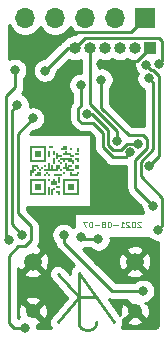
<source format=gbr>
%TF.GenerationSoftware,KiCad,Pcbnew,(5.1.9-0-10_14)*%
%TF.CreationDate,2021-08-07T10:58:46+01:00*%
%TF.ProjectId,Shelly,5368656c-6c79-42e6-9b69-6361645f7063,4*%
%TF.SameCoordinates,Original*%
%TF.FileFunction,Copper,L2,Bot*%
%TF.FilePolarity,Positive*%
%FSLAX46Y46*%
G04 Gerber Fmt 4.6, Leading zero omitted, Abs format (unit mm)*
G04 Created by KiCad (PCBNEW (5.1.9-0-10_14)) date 2021-08-07 10:58:46*
%MOMM*%
%LPD*%
G01*
G04 APERTURE LIST*
%TA.AperFunction,NonConductor*%
%ADD10C,0.080000*%
%TD*%
%TA.AperFunction,EtchedComponent*%
%ADD11C,0.250000*%
%TD*%
%TA.AperFunction,SMDPad,CuDef*%
%ADD12R,0.200000X0.400000*%
%TD*%
%TA.AperFunction,SMDPad,CuDef*%
%ADD13R,0.200000X0.200000*%
%TD*%
%TA.AperFunction,SMDPad,CuDef*%
%ADD14R,0.200000X1.000000*%
%TD*%
%TA.AperFunction,SMDPad,CuDef*%
%ADD15R,0.400000X0.200000*%
%TD*%
%TA.AperFunction,SMDPad,CuDef*%
%ADD16R,0.400000X0.400000*%
%TD*%
%TA.AperFunction,SMDPad,CuDef*%
%ADD17R,0.600000X0.200000*%
%TD*%
%TA.AperFunction,SMDPad,CuDef*%
%ADD18R,0.600000X0.600000*%
%TD*%
%TA.AperFunction,SMDPad,CuDef*%
%ADD19R,0.800000X0.200000*%
%TD*%
%TA.AperFunction,SMDPad,CuDef*%
%ADD20R,1.200000X0.200000*%
%TD*%
%TA.AperFunction,SMDPad,CuDef*%
%ADD21R,0.200000X1.400000*%
%TD*%
%TA.AperFunction,SMDPad,CuDef*%
%ADD22R,1.000000X0.200000*%
%TD*%
%TA.AperFunction,SMDPad,CuDef*%
%ADD23R,0.200000X0.600000*%
%TD*%
%TA.AperFunction,SMDPad,CuDef*%
%ADD24R,0.600000X0.400000*%
%TD*%
%TA.AperFunction,SMDPad,CuDef*%
%ADD25R,0.200000X0.800000*%
%TD*%
%TA.AperFunction,ComponentPad*%
%ADD26C,0.350000*%
%TD*%
%TA.AperFunction,ComponentPad*%
%ADD27O,1.700000X1.700000*%
%TD*%
%TA.AperFunction,ComponentPad*%
%ADD28R,1.700000X1.700000*%
%TD*%
%TA.AperFunction,ComponentPad*%
%ADD29C,1.250000*%
%TD*%
%TA.AperFunction,ComponentPad*%
%ADD30C,1.500000*%
%TD*%
%TA.AperFunction,ComponentPad*%
%ADD31C,0.600000*%
%TD*%
%TA.AperFunction,ComponentPad*%
%ADD32O,1.000000X1.000000*%
%TD*%
%TA.AperFunction,ComponentPad*%
%ADD33R,1.000000X1.000000*%
%TD*%
%TA.AperFunction,ViaPad*%
%ADD34C,0.800000*%
%TD*%
%TA.AperFunction,Conductor*%
%ADD35C,0.250000*%
%TD*%
%TA.AperFunction,Conductor*%
%ADD36C,0.254000*%
%TD*%
%TA.AperFunction,Conductor*%
%ADD37C,0.100000*%
%TD*%
G04 APERTURE END LIST*
D10*
X181828571Y-73373809D02*
X181804761Y-73350000D01*
X181757142Y-73326190D01*
X181638095Y-73326190D01*
X181590476Y-73350000D01*
X181566666Y-73373809D01*
X181542857Y-73421428D01*
X181542857Y-73469047D01*
X181566666Y-73540476D01*
X181852380Y-73826190D01*
X181542857Y-73826190D01*
X181233333Y-73326190D02*
X181185714Y-73326190D01*
X181138095Y-73350000D01*
X181114285Y-73373809D01*
X181090476Y-73421428D01*
X181066666Y-73516666D01*
X181066666Y-73635714D01*
X181090476Y-73730952D01*
X181114285Y-73778571D01*
X181138095Y-73802380D01*
X181185714Y-73826190D01*
X181233333Y-73826190D01*
X181280952Y-73802380D01*
X181304761Y-73778571D01*
X181328571Y-73730952D01*
X181352380Y-73635714D01*
X181352380Y-73516666D01*
X181328571Y-73421428D01*
X181304761Y-73373809D01*
X181280952Y-73350000D01*
X181233333Y-73326190D01*
X180876190Y-73373809D02*
X180852380Y-73350000D01*
X180804761Y-73326190D01*
X180685714Y-73326190D01*
X180638095Y-73350000D01*
X180614285Y-73373809D01*
X180590476Y-73421428D01*
X180590476Y-73469047D01*
X180614285Y-73540476D01*
X180900000Y-73826190D01*
X180590476Y-73826190D01*
X180114285Y-73826190D02*
X180400000Y-73826190D01*
X180257142Y-73826190D02*
X180257142Y-73326190D01*
X180304761Y-73397619D01*
X180352380Y-73445238D01*
X180400000Y-73469047D01*
X179900000Y-73635714D02*
X179519047Y-73635714D01*
X179185714Y-73326190D02*
X179138095Y-73326190D01*
X179090476Y-73350000D01*
X179066666Y-73373809D01*
X179042857Y-73421428D01*
X179019047Y-73516666D01*
X179019047Y-73635714D01*
X179042857Y-73730952D01*
X179066666Y-73778571D01*
X179090476Y-73802380D01*
X179138095Y-73826190D01*
X179185714Y-73826190D01*
X179233333Y-73802380D01*
X179257142Y-73778571D01*
X179280952Y-73730952D01*
X179304761Y-73635714D01*
X179304761Y-73516666D01*
X179280952Y-73421428D01*
X179257142Y-73373809D01*
X179233333Y-73350000D01*
X179185714Y-73326190D01*
X178733333Y-73540476D02*
X178780952Y-73516666D01*
X178804761Y-73492857D01*
X178828571Y-73445238D01*
X178828571Y-73421428D01*
X178804761Y-73373809D01*
X178780952Y-73350000D01*
X178733333Y-73326190D01*
X178638095Y-73326190D01*
X178590476Y-73350000D01*
X178566666Y-73373809D01*
X178542857Y-73421428D01*
X178542857Y-73445238D01*
X178566666Y-73492857D01*
X178590476Y-73516666D01*
X178638095Y-73540476D01*
X178733333Y-73540476D01*
X178780952Y-73564285D01*
X178804761Y-73588095D01*
X178828571Y-73635714D01*
X178828571Y-73730952D01*
X178804761Y-73778571D01*
X178780952Y-73802380D01*
X178733333Y-73826190D01*
X178638095Y-73826190D01*
X178590476Y-73802380D01*
X178566666Y-73778571D01*
X178542857Y-73730952D01*
X178542857Y-73635714D01*
X178566666Y-73588095D01*
X178590476Y-73564285D01*
X178638095Y-73540476D01*
X178328571Y-73635714D02*
X177947619Y-73635714D01*
X177614285Y-73326190D02*
X177566666Y-73326190D01*
X177519047Y-73350000D01*
X177495238Y-73373809D01*
X177471428Y-73421428D01*
X177447619Y-73516666D01*
X177447619Y-73635714D01*
X177471428Y-73730952D01*
X177495238Y-73778571D01*
X177519047Y-73802380D01*
X177566666Y-73826190D01*
X177614285Y-73826190D01*
X177661904Y-73802380D01*
X177685714Y-73778571D01*
X177709523Y-73730952D01*
X177733333Y-73635714D01*
X177733333Y-73516666D01*
X177709523Y-73421428D01*
X177685714Y-73373809D01*
X177661904Y-73350000D01*
X177614285Y-73326190D01*
X177280952Y-73326190D02*
X176947619Y-73326190D01*
X177161904Y-73826190D01*
D11*
%TO.C,Logo1*%
X176600000Y-81850000D02*
G75*
G03*
X178100000Y-81850000I750000J0D01*
G01*
X176600000Y-79750000D02*
X178100000Y-79750000D01*
X176600000Y-77650000D02*
X176600000Y-81850000D01*
X176600000Y-77650000D02*
X179600000Y-81850000D01*
X174800000Y-77750000D02*
X176600000Y-79750000D01*
X176600000Y-79750000D02*
X174800000Y-81850000D01*
%TD*%
D12*
%TO.P,U3,~*%
%TO.N,N/C*%
X176500000Y-67300000D03*
D13*
X176500000Y-68200000D03*
X176500000Y-69200000D03*
D14*
X176500000Y-70400000D03*
D15*
X176400000Y-67600000D03*
X176400000Y-68000000D03*
D16*
X176400000Y-68700000D03*
D13*
X176100000Y-68400000D03*
D17*
X176300000Y-69400000D03*
D13*
X175900000Y-67200000D03*
D15*
X176000000Y-67800000D03*
D12*
X175900000Y-69300000D03*
D17*
X175900000Y-68200000D03*
D15*
X175800000Y-68600000D03*
D18*
X175900000Y-70400000D03*
D13*
X175500000Y-67400000D03*
D12*
X175500000Y-68500000D03*
D19*
X175800000Y-69000000D03*
D20*
X176000000Y-69800000D03*
X176000000Y-71000000D03*
D15*
X175400000Y-67000000D03*
D19*
X175600000Y-67600000D03*
D13*
X175300000Y-68200000D03*
D17*
X175500000Y-68800000D03*
D13*
X175300000Y-69200000D03*
D21*
X175300000Y-70400000D03*
D17*
X175300000Y-67200000D03*
D22*
X175500000Y-68000000D03*
D13*
X175100000Y-68400000D03*
X175100000Y-69000000D03*
D15*
X175000000Y-67800000D03*
D13*
X174900000Y-68200000D03*
D23*
X174900000Y-69800000D03*
D13*
X174900000Y-71000000D03*
D23*
X174700000Y-67800000D03*
D16*
X174800000Y-68700000D03*
D15*
X174800000Y-70400000D03*
X174800000Y-70800000D03*
D12*
X174500000Y-67500000D03*
D23*
X174500000Y-68200000D03*
D19*
X174800000Y-69400000D03*
D13*
X174500000Y-69800000D03*
X174500000Y-70600000D03*
D12*
X174300000Y-68700000D03*
D24*
X174500000Y-70100000D03*
D23*
X174300000Y-70800000D03*
D15*
X174200000Y-67000000D03*
D23*
X174100000Y-67600000D03*
X174100000Y-68600000D03*
D13*
X174100000Y-69400000D03*
X174100000Y-69800000D03*
D25*
X174100000Y-70700000D03*
D13*
X173900000Y-69200000D03*
D14*
X173700000Y-67600000D03*
D13*
X173700000Y-68600000D03*
D20*
X174200000Y-69000000D03*
D13*
X173700000Y-69400000D03*
D14*
X173700000Y-70400000D03*
D13*
X173500000Y-68800000D03*
X173300000Y-69000000D03*
X173100000Y-68800000D03*
D15*
X173200000Y-69200000D03*
D18*
X173100000Y-67600000D03*
D15*
X173000000Y-68600000D03*
D13*
X172900000Y-69000000D03*
D17*
X173100000Y-69400000D03*
D18*
X173100000Y-70400000D03*
D20*
X173200000Y-67000000D03*
X173200000Y-68200000D03*
D25*
X172700000Y-68900000D03*
D20*
X173200000Y-69800000D03*
X173200000Y-71000000D03*
D21*
X172500000Y-67600000D03*
D23*
X172500000Y-69200000D03*
D21*
X172500000Y-70400000D03*
%TD*%
D26*
%TO.P,U1,21*%
%TO.N,GND*%
X180600000Y-63500000D03*
%TD*%
D27*
%TO.P,J1,5*%
%TO.N,TXD*%
X172040000Y-56100000D03*
%TO.P,J1,4*%
%TO.N,RXD*%
X174580000Y-56100000D03*
%TO.P,J1,3*%
%TO.N,Net-(J1-Pad3)*%
X177120000Y-56100000D03*
%TO.P,J1,2*%
%TO.N,GPIO0*%
X179660000Y-56100000D03*
D28*
%TO.P,J1,1*%
%TO.N,GND*%
X182200000Y-56100000D03*
%TD*%
D29*
%TO.P,J4,S1*%
%TO.N,GND*%
X181320000Y-80890000D03*
X172680000Y-80890000D03*
D30*
X181320000Y-76720000D03*
X172680000Y-76720000D03*
D31*
X179890000Y-77210000D03*
X174110000Y-77210000D03*
%TD*%
D32*
%TO.P,J2,6*%
%TO.N,TXD*%
X176250000Y-58600000D03*
%TO.P,J2,5*%
%TO.N,RXD*%
X177520000Y-58600000D03*
%TO.P,J2,4*%
%TO.N,+3V3*%
X178790000Y-58600000D03*
%TO.P,J2,3*%
%TO.N,Net-(J1-Pad3)*%
X180060000Y-58600000D03*
%TO.P,J2,2*%
%TO.N,GPIO0*%
X181330000Y-58600000D03*
D33*
%TO.P,J2,1*%
%TO.N,GND*%
X182600000Y-58600000D03*
%TD*%
D34*
%TO.N,GND*%
X179650000Y-72350000D03*
X175000000Y-72450000D03*
X178500000Y-60000000D03*
X179650000Y-68950000D03*
X174075747Y-63700427D03*
X175285245Y-61539853D03*
%TO.N,VBUS*%
X171384973Y-63440293D03*
X171784990Y-74436103D03*
%TO.N,RXD*%
X179800000Y-66500000D03*
%TO.N,+3V3*%
X171200000Y-60500000D03*
X170650001Y-74925320D03*
%TO.N,GPIO0*%
X182310881Y-60047891D03*
X182554588Y-68605060D03*
%TO.N,TXD*%
X173700000Y-60550011D03*
X183349999Y-59951894D03*
%TO.N,RST*%
X181607900Y-66725010D03*
X177275010Y-64249990D03*
%TO.N,D-*%
X182899980Y-72000000D03*
X178500000Y-61300000D03*
%TO.N,D+*%
X183250000Y-74000000D03*
X182500000Y-61200000D03*
%TO.N,Net-(C1-Pad1)*%
X176744654Y-61761708D03*
X180948287Y-67476632D03*
%TO.N,Net-(J4-PadA6)*%
X178237009Y-74843354D03*
X176750011Y-74630347D03*
%TO.N,Net-(J4-PadA5)*%
X182000000Y-79200000D03*
X175300000Y-74450000D03*
%TO.N,Net-(D1-Pad1)*%
X172000000Y-82350000D03*
X172687673Y-64586973D03*
%TD*%
D35*
%TO.N,GND*%
X180600000Y-63500000D02*
X180900000Y-63500000D01*
X181024999Y-57275001D02*
X175624999Y-57275001D01*
X182200000Y-56100000D02*
X181024999Y-57275001D01*
X175624999Y-57275001D02*
X174500000Y-58400000D01*
X180425001Y-60201997D02*
X180425001Y-63325001D01*
X181475001Y-59724999D02*
X180901999Y-59724999D01*
X180425001Y-63325001D02*
X180600000Y-63500000D01*
X182600000Y-58600000D02*
X181475001Y-59724999D01*
X180901999Y-59724999D02*
X180425001Y-60201997D01*
X177600000Y-68250000D02*
X177600000Y-65900000D01*
X175700000Y-65900000D02*
X174075747Y-64275747D01*
X177600000Y-65900000D02*
X175700000Y-65900000D01*
X179650000Y-68950000D02*
X178300000Y-68950000D01*
X174075747Y-64275747D02*
X174075747Y-63700427D01*
X175285245Y-62490929D02*
X175285245Y-61539853D01*
X178300000Y-68950000D02*
X177600000Y-68250000D01*
X174075747Y-63700427D02*
X175285245Y-62490929D01*
%TO.N,VBUS*%
X170899991Y-73551104D02*
X171784990Y-74436103D01*
X171384973Y-63440293D02*
X170899991Y-63925275D01*
X170899991Y-63925275D02*
X170899991Y-73551104D01*
%TO.N,RXD*%
X177520000Y-63406176D02*
X179800000Y-65686176D01*
X177520000Y-58600000D02*
X177520000Y-63406176D01*
X179800000Y-65686176D02*
X179800000Y-66500000D01*
%TO.N,+3V3*%
X171200000Y-60500000D02*
X171200000Y-61940980D01*
X171200000Y-61940980D02*
X170449980Y-62691000D01*
X170449980Y-62691000D02*
X170449980Y-74725299D01*
X170449980Y-74725299D02*
X170650001Y-74925320D01*
%TO.N,GPIO0*%
X182310881Y-60047891D02*
X182737989Y-60474999D01*
X182737989Y-60474999D02*
X182848001Y-60474999D01*
X183375010Y-61002008D02*
X183375010Y-67774990D01*
X182848001Y-60474999D02*
X183375010Y-61002008D01*
X183375010Y-67774990D02*
X182550000Y-68600000D01*
%TO.N,TXD*%
X175650011Y-58600000D02*
X176250000Y-58600000D01*
X173700000Y-60550011D02*
X175650011Y-58600000D01*
X183360001Y-57774999D02*
X183600000Y-58014998D01*
X177075001Y-57774999D02*
X183360001Y-57774999D01*
X183600000Y-58014998D02*
X183600000Y-59701893D01*
X176250000Y-58600000D02*
X177075001Y-57774999D01*
X183600000Y-59701893D02*
X183349999Y-59951894D01*
%TO.N,RST*%
X179074998Y-66848002D02*
X179074998Y-65598034D01*
X177726954Y-64249990D02*
X177275010Y-64249990D01*
X179451998Y-67225002D02*
X179074998Y-66848002D01*
X180647994Y-66725010D02*
X180148002Y-67225002D01*
X180148002Y-67225002D02*
X179451998Y-67225002D01*
X181607900Y-66725010D02*
X180647994Y-66725010D01*
X179074998Y-65598034D02*
X177726954Y-64249990D01*
%TO.N,D-*%
X178500000Y-63700000D02*
X180800000Y-66000000D01*
X182332902Y-66359898D02*
X182332902Y-67117334D01*
X180800000Y-66000000D02*
X182000000Y-66000000D01*
X178500000Y-61300000D02*
X178500000Y-63700000D01*
X182000000Y-66000000D02*
X182332902Y-66359898D01*
X181374987Y-70475007D02*
X182899980Y-72000000D01*
X182332902Y-67117334D02*
X181374987Y-68075249D01*
X181374987Y-68075249D02*
X181374987Y-70475007D01*
%TO.N,D+*%
X182899999Y-67186647D02*
X181824998Y-68261648D01*
X183624990Y-71301986D02*
X183624990Y-73625010D01*
X181824998Y-69501994D02*
X183624990Y-71301986D01*
X182500000Y-61200000D02*
X182899999Y-61599999D01*
X182899999Y-61599999D02*
X182899999Y-67186647D01*
X183624990Y-73625010D02*
X183250000Y-74000000D01*
X181824998Y-68261648D02*
X181824998Y-69501994D01*
%TO.N,Net-(C1-Pad1)*%
X180548288Y-67876631D02*
X180948287Y-67476632D01*
X179467216Y-67876631D02*
X180548288Y-67876631D01*
X178624987Y-65824987D02*
X178624987Y-67034402D01*
X178624987Y-67034402D02*
X179467216Y-67876631D01*
X176825000Y-64975000D02*
X177775000Y-64975000D01*
X176744654Y-63555346D02*
X176550000Y-63750000D01*
X176550000Y-64700000D02*
X176825000Y-64975000D01*
X176550000Y-63750000D02*
X176550000Y-64700000D01*
X176744654Y-61761708D02*
X176744654Y-63555346D01*
X177775000Y-64975000D02*
X178624987Y-65824987D01*
%TO.N,Net-(J4-PadA6)*%
X178237009Y-74843354D02*
X176963018Y-74843354D01*
X176963018Y-74843354D02*
X176750011Y-74630347D01*
%TO.N,Net-(J4-PadA5)*%
X175300000Y-74450000D02*
X175300000Y-75100000D01*
X179400000Y-79200000D02*
X179900000Y-79200000D01*
X175300000Y-75100000D02*
X179400000Y-79200000D01*
X182000000Y-79200000D02*
X179900000Y-79200000D01*
%TO.N,Net-(D1-Pad1)*%
X171400000Y-72630000D02*
X171400000Y-65874646D01*
X171400000Y-65874646D02*
X172687673Y-64586973D01*
X172510000Y-74910000D02*
X172510000Y-73740000D01*
X171995000Y-75425000D02*
X172510000Y-74910000D01*
X171475000Y-75425000D02*
X171995000Y-75425000D01*
X170650000Y-76250000D02*
X171475000Y-75425000D01*
X170650000Y-81900000D02*
X170650000Y-76250000D01*
X172510000Y-73740000D02*
X171400000Y-72630000D01*
X171100000Y-82350000D02*
X170650000Y-81900000D01*
X172000000Y-82350000D02*
X171100000Y-82350000D01*
%TD*%
D36*
%TO.N,GND*%
X182590226Y-74803937D02*
X182759744Y-74917205D01*
X182948102Y-74995226D01*
X183148061Y-75035000D01*
X183315000Y-75035000D01*
X183315000Y-81966495D01*
X183305778Y-82060546D01*
X183288194Y-82118787D01*
X183259635Y-82172500D01*
X183221183Y-82219646D01*
X183174310Y-82258423D01*
X183120796Y-82287358D01*
X183062677Y-82305349D01*
X182970855Y-82315000D01*
X180201146Y-82315000D01*
X180247901Y-82254261D01*
X180314318Y-82120094D01*
X180353286Y-81975547D01*
X180363304Y-81826176D01*
X180354390Y-81757648D01*
X180631957Y-81757648D01*
X180682306Y-81983777D01*
X180907944Y-82087168D01*
X181149418Y-82144553D01*
X181397447Y-82153726D01*
X181642499Y-82114335D01*
X181875158Y-82027893D01*
X181957694Y-81983777D01*
X182008043Y-81757648D01*
X181320000Y-81069605D01*
X180631957Y-81757648D01*
X180354390Y-81757648D01*
X180343991Y-81677720D01*
X180298775Y-81543848D01*
X180452352Y-81578043D01*
X181140395Y-80890000D01*
X180452352Y-80201957D01*
X180226223Y-80252306D01*
X180122832Y-80477944D01*
X180065447Y-80719418D01*
X180056274Y-80967447D01*
X180095665Y-81212499D01*
X180114154Y-81262262D01*
X179155393Y-79919997D01*
X179251014Y-79949003D01*
X179400000Y-79963677D01*
X179437333Y-79960000D01*
X180645840Y-79960000D01*
X180631957Y-80022352D01*
X181320000Y-80710395D01*
X181334143Y-80696253D01*
X181513748Y-80875858D01*
X181499605Y-80890000D01*
X182187648Y-81578043D01*
X182413777Y-81527694D01*
X182517168Y-81302056D01*
X182574553Y-81060582D01*
X182583726Y-80812553D01*
X182544335Y-80567501D01*
X182457893Y-80334842D01*
X182413777Y-80252306D01*
X182225589Y-80210405D01*
X182301898Y-80195226D01*
X182490256Y-80117205D01*
X182659774Y-80003937D01*
X182803937Y-79859774D01*
X182917205Y-79690256D01*
X182995226Y-79501898D01*
X183035000Y-79301939D01*
X183035000Y-79098061D01*
X182995226Y-78898102D01*
X182917205Y-78709744D01*
X182803937Y-78540226D01*
X182659774Y-78396063D01*
X182490256Y-78282795D01*
X182301898Y-78204774D01*
X182101939Y-78165000D01*
X181898061Y-78165000D01*
X181698102Y-78204774D01*
X181509744Y-78282795D01*
X181340226Y-78396063D01*
X181296289Y-78440000D01*
X179714802Y-78440000D01*
X178951795Y-77676993D01*
X180542612Y-77676993D01*
X180608137Y-77915860D01*
X180855116Y-78031760D01*
X181119960Y-78097250D01*
X181392492Y-78109812D01*
X181662238Y-78068965D01*
X181918832Y-77976277D01*
X182031863Y-77915860D01*
X182097388Y-77676993D01*
X181320000Y-76899605D01*
X180542612Y-77676993D01*
X178951795Y-77676993D01*
X178067294Y-76792492D01*
X179930188Y-76792492D01*
X179971035Y-77062238D01*
X180063723Y-77318832D01*
X180124140Y-77431863D01*
X180363007Y-77497388D01*
X181140395Y-76720000D01*
X181499605Y-76720000D01*
X182276993Y-77497388D01*
X182515860Y-77431863D01*
X182631760Y-77184884D01*
X182697250Y-76920040D01*
X182709812Y-76647508D01*
X182668965Y-76377762D01*
X182576277Y-76121168D01*
X182515860Y-76008137D01*
X182276993Y-75942612D01*
X181499605Y-76720000D01*
X181140395Y-76720000D01*
X180363007Y-75942612D01*
X180124140Y-76008137D01*
X180008240Y-76255116D01*
X179942750Y-76519960D01*
X179930188Y-76792492D01*
X178067294Y-76792492D01*
X176925515Y-75650714D01*
X177051909Y-75625573D01*
X177105550Y-75603354D01*
X177533298Y-75603354D01*
X177577235Y-75647291D01*
X177746753Y-75760559D01*
X177935111Y-75838580D01*
X178135070Y-75878354D01*
X178338948Y-75878354D01*
X178538907Y-75838580D01*
X178721355Y-75763007D01*
X180542612Y-75763007D01*
X181320000Y-76540395D01*
X182097388Y-75763007D01*
X182031863Y-75524140D01*
X181784884Y-75408240D01*
X181520040Y-75342750D01*
X181247508Y-75330188D01*
X180977762Y-75371035D01*
X180721168Y-75463723D01*
X180608137Y-75524140D01*
X180542612Y-75763007D01*
X178721355Y-75763007D01*
X178727265Y-75760559D01*
X178896783Y-75647291D01*
X179040946Y-75503128D01*
X179154214Y-75333610D01*
X179232235Y-75145252D01*
X179272009Y-74945293D01*
X179272009Y-74741415D01*
X179260787Y-74685000D01*
X182471289Y-74685000D01*
X182590226Y-74803937D01*
%TA.AperFunction,Conductor*%
D37*
G36*
X182590226Y-74803937D02*
G01*
X182759744Y-74917205D01*
X182948102Y-74995226D01*
X183148061Y-75035000D01*
X183315000Y-75035000D01*
X183315000Y-81966495D01*
X183305778Y-82060546D01*
X183288194Y-82118787D01*
X183259635Y-82172500D01*
X183221183Y-82219646D01*
X183174310Y-82258423D01*
X183120796Y-82287358D01*
X183062677Y-82305349D01*
X182970855Y-82315000D01*
X180201146Y-82315000D01*
X180247901Y-82254261D01*
X180314318Y-82120094D01*
X180353286Y-81975547D01*
X180363304Y-81826176D01*
X180354390Y-81757648D01*
X180631957Y-81757648D01*
X180682306Y-81983777D01*
X180907944Y-82087168D01*
X181149418Y-82144553D01*
X181397447Y-82153726D01*
X181642499Y-82114335D01*
X181875158Y-82027893D01*
X181957694Y-81983777D01*
X182008043Y-81757648D01*
X181320000Y-81069605D01*
X180631957Y-81757648D01*
X180354390Y-81757648D01*
X180343991Y-81677720D01*
X180298775Y-81543848D01*
X180452352Y-81578043D01*
X181140395Y-80890000D01*
X180452352Y-80201957D01*
X180226223Y-80252306D01*
X180122832Y-80477944D01*
X180065447Y-80719418D01*
X180056274Y-80967447D01*
X180095665Y-81212499D01*
X180114154Y-81262262D01*
X179155393Y-79919997D01*
X179251014Y-79949003D01*
X179400000Y-79963677D01*
X179437333Y-79960000D01*
X180645840Y-79960000D01*
X180631957Y-80022352D01*
X181320000Y-80710395D01*
X181334143Y-80696253D01*
X181513748Y-80875858D01*
X181499605Y-80890000D01*
X182187648Y-81578043D01*
X182413777Y-81527694D01*
X182517168Y-81302056D01*
X182574553Y-81060582D01*
X182583726Y-80812553D01*
X182544335Y-80567501D01*
X182457893Y-80334842D01*
X182413777Y-80252306D01*
X182225589Y-80210405D01*
X182301898Y-80195226D01*
X182490256Y-80117205D01*
X182659774Y-80003937D01*
X182803937Y-79859774D01*
X182917205Y-79690256D01*
X182995226Y-79501898D01*
X183035000Y-79301939D01*
X183035000Y-79098061D01*
X182995226Y-78898102D01*
X182917205Y-78709744D01*
X182803937Y-78540226D01*
X182659774Y-78396063D01*
X182490256Y-78282795D01*
X182301898Y-78204774D01*
X182101939Y-78165000D01*
X181898061Y-78165000D01*
X181698102Y-78204774D01*
X181509744Y-78282795D01*
X181340226Y-78396063D01*
X181296289Y-78440000D01*
X179714802Y-78440000D01*
X178951795Y-77676993D01*
X180542612Y-77676993D01*
X180608137Y-77915860D01*
X180855116Y-78031760D01*
X181119960Y-78097250D01*
X181392492Y-78109812D01*
X181662238Y-78068965D01*
X181918832Y-77976277D01*
X182031863Y-77915860D01*
X182097388Y-77676993D01*
X181320000Y-76899605D01*
X180542612Y-77676993D01*
X178951795Y-77676993D01*
X178067294Y-76792492D01*
X179930188Y-76792492D01*
X179971035Y-77062238D01*
X180063723Y-77318832D01*
X180124140Y-77431863D01*
X180363007Y-77497388D01*
X181140395Y-76720000D01*
X181499605Y-76720000D01*
X182276993Y-77497388D01*
X182515860Y-77431863D01*
X182631760Y-77184884D01*
X182697250Y-76920040D01*
X182709812Y-76647508D01*
X182668965Y-76377762D01*
X182576277Y-76121168D01*
X182515860Y-76008137D01*
X182276993Y-75942612D01*
X181499605Y-76720000D01*
X181140395Y-76720000D01*
X180363007Y-75942612D01*
X180124140Y-76008137D01*
X180008240Y-76255116D01*
X179942750Y-76519960D01*
X179930188Y-76792492D01*
X178067294Y-76792492D01*
X176925515Y-75650714D01*
X177051909Y-75625573D01*
X177105550Y-75603354D01*
X177533298Y-75603354D01*
X177577235Y-75647291D01*
X177746753Y-75760559D01*
X177935111Y-75838580D01*
X178135070Y-75878354D01*
X178338948Y-75878354D01*
X178538907Y-75838580D01*
X178721355Y-75763007D01*
X180542612Y-75763007D01*
X181320000Y-76540395D01*
X182097388Y-75763007D01*
X182031863Y-75524140D01*
X181784884Y-75408240D01*
X181520040Y-75342750D01*
X181247508Y-75330188D01*
X180977762Y-75371035D01*
X180721168Y-75463723D01*
X180608137Y-75524140D01*
X180542612Y-75763007D01*
X178721355Y-75763007D01*
X178727265Y-75760559D01*
X178896783Y-75647291D01*
X179040946Y-75503128D01*
X179154214Y-75333610D01*
X179232235Y-75145252D01*
X179272009Y-74945293D01*
X179272009Y-74741415D01*
X179260787Y-74685000D01*
X182471289Y-74685000D01*
X182590226Y-74803937D01*
G37*
%TD.AperFunction*%
D36*
X170724010Y-56803411D02*
X170886525Y-57046632D01*
X171093368Y-57253475D01*
X171336589Y-57415990D01*
X171606842Y-57527932D01*
X171893740Y-57585000D01*
X172186260Y-57585000D01*
X172473158Y-57527932D01*
X172743411Y-57415990D01*
X172986632Y-57253475D01*
X173193475Y-57046632D01*
X173310000Y-56872240D01*
X173426525Y-57046632D01*
X173633368Y-57253475D01*
X173876589Y-57415990D01*
X174146842Y-57527932D01*
X174433740Y-57585000D01*
X174726260Y-57585000D01*
X175013158Y-57527932D01*
X175283411Y-57415990D01*
X175526632Y-57253475D01*
X175733475Y-57046632D01*
X175850000Y-56872240D01*
X175966525Y-57046632D01*
X176173368Y-57253475D01*
X176382192Y-57393006D01*
X176310198Y-57465000D01*
X176138212Y-57465000D01*
X175918933Y-57508617D01*
X175712376Y-57594176D01*
X175526480Y-57718388D01*
X175368388Y-57876480D01*
X175355608Y-57895606D01*
X175225734Y-57965026D01*
X175164844Y-58014998D01*
X175110010Y-58059999D01*
X175086212Y-58088997D01*
X173660199Y-59515011D01*
X173598061Y-59515011D01*
X173398102Y-59554785D01*
X173209744Y-59632806D01*
X173040226Y-59746074D01*
X172896063Y-59890237D01*
X172782795Y-60059755D01*
X172704774Y-60248113D01*
X172665000Y-60448072D01*
X172665000Y-60651950D01*
X172704774Y-60851909D01*
X172782795Y-61040267D01*
X172896063Y-61209785D01*
X173040226Y-61353948D01*
X173209744Y-61467216D01*
X173398102Y-61545237D01*
X173598061Y-61585011D01*
X173801939Y-61585011D01*
X174001898Y-61545237D01*
X174190256Y-61467216D01*
X174359774Y-61353948D01*
X174503937Y-61209785D01*
X174617205Y-61040267D01*
X174695226Y-60851909D01*
X174735000Y-60651950D01*
X174735000Y-60589812D01*
X175717052Y-59607761D01*
X175918933Y-59691383D01*
X176138212Y-59735000D01*
X176361788Y-59735000D01*
X176581067Y-59691383D01*
X176760000Y-59617266D01*
X176760000Y-60726708D01*
X176642715Y-60726708D01*
X176442756Y-60766482D01*
X176254398Y-60844503D01*
X176084880Y-60957771D01*
X175940717Y-61101934D01*
X175827449Y-61271452D01*
X175749428Y-61459810D01*
X175709654Y-61659769D01*
X175709654Y-61863647D01*
X175749428Y-62063606D01*
X175827449Y-62251964D01*
X175940717Y-62421482D01*
X175984654Y-62465419D01*
X175984655Y-63240881D01*
X175973262Y-63254764D01*
X175915026Y-63325724D01*
X175871180Y-63407754D01*
X175844454Y-63457754D01*
X175800997Y-63601015D01*
X175790000Y-63712668D01*
X175790000Y-63712678D01*
X175786324Y-63750000D01*
X175790000Y-63787323D01*
X175790001Y-64662668D01*
X175786324Y-64700000D01*
X175790001Y-64737333D01*
X175798736Y-64826014D01*
X175800998Y-64848985D01*
X175844454Y-64992246D01*
X175915026Y-65124276D01*
X175956797Y-65175173D01*
X176010000Y-65240001D01*
X176038998Y-65263799D01*
X176261196Y-65485997D01*
X176284999Y-65515001D01*
X176400724Y-65609974D01*
X176532753Y-65680546D01*
X176676014Y-65724003D01*
X176787667Y-65735000D01*
X176787675Y-65735000D01*
X176825000Y-65738676D01*
X176862325Y-65735000D01*
X177460199Y-65735000D01*
X177864987Y-66139789D01*
X177864988Y-66997070D01*
X177861311Y-67034402D01*
X177864988Y-67071735D01*
X177875985Y-67183388D01*
X177884419Y-67211191D01*
X177919441Y-67326648D01*
X177990013Y-67458678D01*
X178047682Y-67528947D01*
X178084987Y-67574403D01*
X178113985Y-67598201D01*
X178903417Y-68387634D01*
X178927215Y-68416632D01*
X179042940Y-68511605D01*
X179174969Y-68582177D01*
X179318230Y-68625634D01*
X179429883Y-68636631D01*
X179429891Y-68636631D01*
X179467216Y-68640307D01*
X179504541Y-68636631D01*
X180510966Y-68636631D01*
X180548288Y-68640307D01*
X180585610Y-68636631D01*
X180585621Y-68636631D01*
X180614987Y-68633739D01*
X180614988Y-70437675D01*
X180611311Y-70475007D01*
X180625985Y-70623992D01*
X180669441Y-70767253D01*
X180740013Y-70899283D01*
X180811188Y-70986009D01*
X180834987Y-71015008D01*
X180863985Y-71038806D01*
X181864980Y-72039802D01*
X181864980Y-72101939D01*
X181904754Y-72301898D01*
X181982775Y-72490256D01*
X182046081Y-72585000D01*
X176201191Y-72585000D01*
X176201191Y-73752273D01*
X176116423Y-73808913D01*
X176103937Y-73790226D01*
X175959774Y-73646063D01*
X175790256Y-73532795D01*
X175601898Y-73454774D01*
X175401939Y-73415000D01*
X175198061Y-73415000D01*
X174998102Y-73454774D01*
X174809744Y-73532795D01*
X174640226Y-73646063D01*
X174496063Y-73790226D01*
X174382795Y-73959744D01*
X174304774Y-74148102D01*
X174265000Y-74348061D01*
X174265000Y-74551939D01*
X174304774Y-74751898D01*
X174382795Y-74940256D01*
X174496063Y-75109774D01*
X174541789Y-75155500D01*
X174550997Y-75248986D01*
X174594454Y-75392247D01*
X174611962Y-75425001D01*
X174665026Y-75524276D01*
X174732941Y-75607030D01*
X174760000Y-75640001D01*
X174788998Y-75663799D01*
X176154867Y-77029668D01*
X176108702Y-77070029D01*
X176059999Y-77109999D01*
X176052415Y-77119241D01*
X176043416Y-77127108D01*
X176004983Y-77177037D01*
X175965026Y-77225725D01*
X175959393Y-77236263D01*
X175952099Y-77245739D01*
X175924153Y-77302192D01*
X175894454Y-77357754D01*
X175890982Y-77369199D01*
X175885682Y-77379906D01*
X175869290Y-77440709D01*
X175850997Y-77501015D01*
X175849825Y-77512912D01*
X175846714Y-77524453D01*
X175842498Y-77587301D01*
X175840000Y-77612668D01*
X175840000Y-77624550D01*
X175836695Y-77673823D01*
X175840000Y-77699227D01*
X175840000Y-77769472D01*
X175339929Y-77213838D01*
X175257063Y-77138203D01*
X175128925Y-77060790D01*
X174988146Y-77009863D01*
X174840137Y-76987379D01*
X174690587Y-76994202D01*
X174545241Y-77030069D01*
X174409684Y-77093605D01*
X174289128Y-77182364D01*
X174188203Y-77292937D01*
X174110790Y-77421075D01*
X174059863Y-77561854D01*
X174037379Y-77709863D01*
X174044202Y-77859413D01*
X174080069Y-78004759D01*
X174143605Y-78140316D01*
X174210122Y-78230663D01*
X175588535Y-79762233D01*
X174198669Y-81383744D01*
X174134356Y-81475674D01*
X174074118Y-81612728D01*
X174041777Y-81758899D01*
X174038573Y-81908571D01*
X174064631Y-82055993D01*
X174118947Y-82195498D01*
X174195148Y-82315000D01*
X173035000Y-82315000D01*
X173035000Y-82248061D01*
X173007994Y-82112293D01*
X173235158Y-82027893D01*
X173317694Y-81983777D01*
X173368043Y-81757648D01*
X172680000Y-81069605D01*
X172665858Y-81083748D01*
X172486253Y-80904143D01*
X172500395Y-80890000D01*
X172859605Y-80890000D01*
X173547648Y-81578043D01*
X173773777Y-81527694D01*
X173877168Y-81302056D01*
X173934553Y-81060582D01*
X173943726Y-80812553D01*
X173904335Y-80567501D01*
X173817893Y-80334842D01*
X173773777Y-80252306D01*
X173547648Y-80201957D01*
X172859605Y-80890000D01*
X172500395Y-80890000D01*
X171812352Y-80201957D01*
X171586223Y-80252306D01*
X171482832Y-80477944D01*
X171425447Y-80719418D01*
X171416274Y-80967447D01*
X171455665Y-81212499D01*
X171533810Y-81422826D01*
X171509744Y-81432795D01*
X171410000Y-81499442D01*
X171410000Y-80022352D01*
X171991957Y-80022352D01*
X172680000Y-80710395D01*
X173368043Y-80022352D01*
X173317694Y-79796223D01*
X173092056Y-79692832D01*
X172850582Y-79635447D01*
X172602553Y-79626274D01*
X172357501Y-79665665D01*
X172124842Y-79752107D01*
X172042306Y-79796223D01*
X171991957Y-80022352D01*
X171410000Y-80022352D01*
X171410000Y-77676993D01*
X171902612Y-77676993D01*
X171968137Y-77915860D01*
X172215116Y-78031760D01*
X172479960Y-78097250D01*
X172752492Y-78109812D01*
X173022238Y-78068965D01*
X173278832Y-77976277D01*
X173391863Y-77915860D01*
X173457388Y-77676993D01*
X172680000Y-76899605D01*
X171902612Y-77676993D01*
X171410000Y-77676993D01*
X171410000Y-77280842D01*
X171423723Y-77318832D01*
X171484140Y-77431863D01*
X171723007Y-77497388D01*
X172500395Y-76720000D01*
X172859605Y-76720000D01*
X173636993Y-77497388D01*
X173875860Y-77431863D01*
X173991760Y-77184884D01*
X174057250Y-76920040D01*
X174069812Y-76647508D01*
X174028965Y-76377762D01*
X173936277Y-76121168D01*
X173875860Y-76008137D01*
X173636993Y-75942612D01*
X172859605Y-76720000D01*
X172500395Y-76720000D01*
X172486253Y-76705858D01*
X172665858Y-76526253D01*
X172680000Y-76540395D01*
X173457388Y-75763007D01*
X173391863Y-75524140D01*
X173144884Y-75408240D01*
X173094499Y-75395781D01*
X173144974Y-75334277D01*
X173215546Y-75202247D01*
X173216294Y-75199780D01*
X173259003Y-75058986D01*
X173270000Y-74947333D01*
X173270000Y-74947323D01*
X173273676Y-74910000D01*
X173270000Y-74872678D01*
X173270000Y-73777322D01*
X173273676Y-73739999D01*
X173270000Y-73702676D01*
X173270000Y-73702667D01*
X173259003Y-73591014D01*
X173215546Y-73447753D01*
X173190611Y-73401103D01*
X173144974Y-73315723D01*
X173073799Y-73228997D01*
X173050001Y-73199999D01*
X173021003Y-73176201D01*
X172160000Y-72315199D01*
X172160000Y-72127000D01*
X177500000Y-72127000D01*
X177524776Y-72124560D01*
X177548601Y-72117333D01*
X177570557Y-72105597D01*
X177589803Y-72089803D01*
X177605597Y-72070557D01*
X177617333Y-72048601D01*
X177624560Y-72024776D01*
X177627000Y-72000000D01*
X177627000Y-66000000D01*
X177624560Y-65975224D01*
X177617333Y-65951399D01*
X177605597Y-65929443D01*
X177589803Y-65910197D01*
X177570557Y-65894403D01*
X177548601Y-65882667D01*
X177524776Y-65875440D01*
X177500000Y-65873000D01*
X172476447Y-65873000D01*
X172727475Y-65621973D01*
X172789612Y-65621973D01*
X172989571Y-65582199D01*
X173177929Y-65504178D01*
X173347447Y-65390910D01*
X173491610Y-65246747D01*
X173604878Y-65077229D01*
X173682899Y-64888871D01*
X173722673Y-64688912D01*
X173722673Y-64485034D01*
X173682899Y-64285075D01*
X173604878Y-64096717D01*
X173491610Y-63927199D01*
X173347447Y-63783036D01*
X173177929Y-63669768D01*
X172989571Y-63591747D01*
X172789612Y-63551973D01*
X172585734Y-63551973D01*
X172411127Y-63586704D01*
X172419973Y-63542232D01*
X172419973Y-63338354D01*
X172380199Y-63138395D01*
X172302178Y-62950037D01*
X172188910Y-62780519D01*
X172044747Y-62636356D01*
X171875229Y-62523088D01*
X171748518Y-62470602D01*
X171763795Y-62451988D01*
X171763799Y-62451984D01*
X171834973Y-62365257D01*
X171835819Y-62363675D01*
X171905546Y-62233227D01*
X171949003Y-62089966D01*
X171960000Y-61978313D01*
X171960000Y-61978304D01*
X171963676Y-61940981D01*
X171960000Y-61903658D01*
X171960000Y-61203711D01*
X172003937Y-61159774D01*
X172117205Y-60990256D01*
X172195226Y-60801898D01*
X172235000Y-60601939D01*
X172235000Y-60398061D01*
X172195226Y-60198102D01*
X172117205Y-60009744D01*
X172003937Y-59840226D01*
X171859774Y-59696063D01*
X171690256Y-59582795D01*
X171501898Y-59504774D01*
X171301939Y-59465000D01*
X171098061Y-59465000D01*
X170898102Y-59504774D01*
X170709744Y-59582795D01*
X170685000Y-59599328D01*
X170685000Y-56709232D01*
X170724010Y-56803411D01*
%TA.AperFunction,Conductor*%
D37*
G36*
X170724010Y-56803411D02*
G01*
X170886525Y-57046632D01*
X171093368Y-57253475D01*
X171336589Y-57415990D01*
X171606842Y-57527932D01*
X171893740Y-57585000D01*
X172186260Y-57585000D01*
X172473158Y-57527932D01*
X172743411Y-57415990D01*
X172986632Y-57253475D01*
X173193475Y-57046632D01*
X173310000Y-56872240D01*
X173426525Y-57046632D01*
X173633368Y-57253475D01*
X173876589Y-57415990D01*
X174146842Y-57527932D01*
X174433740Y-57585000D01*
X174726260Y-57585000D01*
X175013158Y-57527932D01*
X175283411Y-57415990D01*
X175526632Y-57253475D01*
X175733475Y-57046632D01*
X175850000Y-56872240D01*
X175966525Y-57046632D01*
X176173368Y-57253475D01*
X176382192Y-57393006D01*
X176310198Y-57465000D01*
X176138212Y-57465000D01*
X175918933Y-57508617D01*
X175712376Y-57594176D01*
X175526480Y-57718388D01*
X175368388Y-57876480D01*
X175355608Y-57895606D01*
X175225734Y-57965026D01*
X175164844Y-58014998D01*
X175110010Y-58059999D01*
X175086212Y-58088997D01*
X173660199Y-59515011D01*
X173598061Y-59515011D01*
X173398102Y-59554785D01*
X173209744Y-59632806D01*
X173040226Y-59746074D01*
X172896063Y-59890237D01*
X172782795Y-60059755D01*
X172704774Y-60248113D01*
X172665000Y-60448072D01*
X172665000Y-60651950D01*
X172704774Y-60851909D01*
X172782795Y-61040267D01*
X172896063Y-61209785D01*
X173040226Y-61353948D01*
X173209744Y-61467216D01*
X173398102Y-61545237D01*
X173598061Y-61585011D01*
X173801939Y-61585011D01*
X174001898Y-61545237D01*
X174190256Y-61467216D01*
X174359774Y-61353948D01*
X174503937Y-61209785D01*
X174617205Y-61040267D01*
X174695226Y-60851909D01*
X174735000Y-60651950D01*
X174735000Y-60589812D01*
X175717052Y-59607761D01*
X175918933Y-59691383D01*
X176138212Y-59735000D01*
X176361788Y-59735000D01*
X176581067Y-59691383D01*
X176760000Y-59617266D01*
X176760000Y-60726708D01*
X176642715Y-60726708D01*
X176442756Y-60766482D01*
X176254398Y-60844503D01*
X176084880Y-60957771D01*
X175940717Y-61101934D01*
X175827449Y-61271452D01*
X175749428Y-61459810D01*
X175709654Y-61659769D01*
X175709654Y-61863647D01*
X175749428Y-62063606D01*
X175827449Y-62251964D01*
X175940717Y-62421482D01*
X175984654Y-62465419D01*
X175984655Y-63240881D01*
X175973262Y-63254764D01*
X175915026Y-63325724D01*
X175871180Y-63407754D01*
X175844454Y-63457754D01*
X175800997Y-63601015D01*
X175790000Y-63712668D01*
X175790000Y-63712678D01*
X175786324Y-63750000D01*
X175790000Y-63787323D01*
X175790001Y-64662668D01*
X175786324Y-64700000D01*
X175790001Y-64737333D01*
X175798736Y-64826014D01*
X175800998Y-64848985D01*
X175844454Y-64992246D01*
X175915026Y-65124276D01*
X175956797Y-65175173D01*
X176010000Y-65240001D01*
X176038998Y-65263799D01*
X176261196Y-65485997D01*
X176284999Y-65515001D01*
X176400724Y-65609974D01*
X176532753Y-65680546D01*
X176676014Y-65724003D01*
X176787667Y-65735000D01*
X176787675Y-65735000D01*
X176825000Y-65738676D01*
X176862325Y-65735000D01*
X177460199Y-65735000D01*
X177864987Y-66139789D01*
X177864988Y-66997070D01*
X177861311Y-67034402D01*
X177864988Y-67071735D01*
X177875985Y-67183388D01*
X177884419Y-67211191D01*
X177919441Y-67326648D01*
X177990013Y-67458678D01*
X178047682Y-67528947D01*
X178084987Y-67574403D01*
X178113985Y-67598201D01*
X178903417Y-68387634D01*
X178927215Y-68416632D01*
X179042940Y-68511605D01*
X179174969Y-68582177D01*
X179318230Y-68625634D01*
X179429883Y-68636631D01*
X179429891Y-68636631D01*
X179467216Y-68640307D01*
X179504541Y-68636631D01*
X180510966Y-68636631D01*
X180548288Y-68640307D01*
X180585610Y-68636631D01*
X180585621Y-68636631D01*
X180614987Y-68633739D01*
X180614988Y-70437675D01*
X180611311Y-70475007D01*
X180625985Y-70623992D01*
X180669441Y-70767253D01*
X180740013Y-70899283D01*
X180811188Y-70986009D01*
X180834987Y-71015008D01*
X180863985Y-71038806D01*
X181864980Y-72039802D01*
X181864980Y-72101939D01*
X181904754Y-72301898D01*
X181982775Y-72490256D01*
X182046081Y-72585000D01*
X176201191Y-72585000D01*
X176201191Y-73752273D01*
X176116423Y-73808913D01*
X176103937Y-73790226D01*
X175959774Y-73646063D01*
X175790256Y-73532795D01*
X175601898Y-73454774D01*
X175401939Y-73415000D01*
X175198061Y-73415000D01*
X174998102Y-73454774D01*
X174809744Y-73532795D01*
X174640226Y-73646063D01*
X174496063Y-73790226D01*
X174382795Y-73959744D01*
X174304774Y-74148102D01*
X174265000Y-74348061D01*
X174265000Y-74551939D01*
X174304774Y-74751898D01*
X174382795Y-74940256D01*
X174496063Y-75109774D01*
X174541789Y-75155500D01*
X174550997Y-75248986D01*
X174594454Y-75392247D01*
X174611962Y-75425001D01*
X174665026Y-75524276D01*
X174732941Y-75607030D01*
X174760000Y-75640001D01*
X174788998Y-75663799D01*
X176154867Y-77029668D01*
X176108702Y-77070029D01*
X176059999Y-77109999D01*
X176052415Y-77119241D01*
X176043416Y-77127108D01*
X176004983Y-77177037D01*
X175965026Y-77225725D01*
X175959393Y-77236263D01*
X175952099Y-77245739D01*
X175924153Y-77302192D01*
X175894454Y-77357754D01*
X175890982Y-77369199D01*
X175885682Y-77379906D01*
X175869290Y-77440709D01*
X175850997Y-77501015D01*
X175849825Y-77512912D01*
X175846714Y-77524453D01*
X175842498Y-77587301D01*
X175840000Y-77612668D01*
X175840000Y-77624550D01*
X175836695Y-77673823D01*
X175840000Y-77699227D01*
X175840000Y-77769472D01*
X175339929Y-77213838D01*
X175257063Y-77138203D01*
X175128925Y-77060790D01*
X174988146Y-77009863D01*
X174840137Y-76987379D01*
X174690587Y-76994202D01*
X174545241Y-77030069D01*
X174409684Y-77093605D01*
X174289128Y-77182364D01*
X174188203Y-77292937D01*
X174110790Y-77421075D01*
X174059863Y-77561854D01*
X174037379Y-77709863D01*
X174044202Y-77859413D01*
X174080069Y-78004759D01*
X174143605Y-78140316D01*
X174210122Y-78230663D01*
X175588535Y-79762233D01*
X174198669Y-81383744D01*
X174134356Y-81475674D01*
X174074118Y-81612728D01*
X174041777Y-81758899D01*
X174038573Y-81908571D01*
X174064631Y-82055993D01*
X174118947Y-82195498D01*
X174195148Y-82315000D01*
X173035000Y-82315000D01*
X173035000Y-82248061D01*
X173007994Y-82112293D01*
X173235158Y-82027893D01*
X173317694Y-81983777D01*
X173368043Y-81757648D01*
X172680000Y-81069605D01*
X172665858Y-81083748D01*
X172486253Y-80904143D01*
X172500395Y-80890000D01*
X172859605Y-80890000D01*
X173547648Y-81578043D01*
X173773777Y-81527694D01*
X173877168Y-81302056D01*
X173934553Y-81060582D01*
X173943726Y-80812553D01*
X173904335Y-80567501D01*
X173817893Y-80334842D01*
X173773777Y-80252306D01*
X173547648Y-80201957D01*
X172859605Y-80890000D01*
X172500395Y-80890000D01*
X171812352Y-80201957D01*
X171586223Y-80252306D01*
X171482832Y-80477944D01*
X171425447Y-80719418D01*
X171416274Y-80967447D01*
X171455665Y-81212499D01*
X171533810Y-81422826D01*
X171509744Y-81432795D01*
X171410000Y-81499442D01*
X171410000Y-80022352D01*
X171991957Y-80022352D01*
X172680000Y-80710395D01*
X173368043Y-80022352D01*
X173317694Y-79796223D01*
X173092056Y-79692832D01*
X172850582Y-79635447D01*
X172602553Y-79626274D01*
X172357501Y-79665665D01*
X172124842Y-79752107D01*
X172042306Y-79796223D01*
X171991957Y-80022352D01*
X171410000Y-80022352D01*
X171410000Y-77676993D01*
X171902612Y-77676993D01*
X171968137Y-77915860D01*
X172215116Y-78031760D01*
X172479960Y-78097250D01*
X172752492Y-78109812D01*
X173022238Y-78068965D01*
X173278832Y-77976277D01*
X173391863Y-77915860D01*
X173457388Y-77676993D01*
X172680000Y-76899605D01*
X171902612Y-77676993D01*
X171410000Y-77676993D01*
X171410000Y-77280842D01*
X171423723Y-77318832D01*
X171484140Y-77431863D01*
X171723007Y-77497388D01*
X172500395Y-76720000D01*
X172859605Y-76720000D01*
X173636993Y-77497388D01*
X173875860Y-77431863D01*
X173991760Y-77184884D01*
X174057250Y-76920040D01*
X174069812Y-76647508D01*
X174028965Y-76377762D01*
X173936277Y-76121168D01*
X173875860Y-76008137D01*
X173636993Y-75942612D01*
X172859605Y-76720000D01*
X172500395Y-76720000D01*
X172486253Y-76705858D01*
X172665858Y-76526253D01*
X172680000Y-76540395D01*
X173457388Y-75763007D01*
X173391863Y-75524140D01*
X173144884Y-75408240D01*
X173094499Y-75395781D01*
X173144974Y-75334277D01*
X173215546Y-75202247D01*
X173216294Y-75199780D01*
X173259003Y-75058986D01*
X173270000Y-74947333D01*
X173270000Y-74947323D01*
X173273676Y-74910000D01*
X173270000Y-74872678D01*
X173270000Y-73777322D01*
X173273676Y-73739999D01*
X173270000Y-73702676D01*
X173270000Y-73702667D01*
X173259003Y-73591014D01*
X173215546Y-73447753D01*
X173190611Y-73401103D01*
X173144974Y-73315723D01*
X173073799Y-73228997D01*
X173050001Y-73199999D01*
X173021003Y-73176201D01*
X172160000Y-72315199D01*
X172160000Y-72127000D01*
X177500000Y-72127000D01*
X177524776Y-72124560D01*
X177548601Y-72117333D01*
X177570557Y-72105597D01*
X177589803Y-72089803D01*
X177605597Y-72070557D01*
X177617333Y-72048601D01*
X177624560Y-72024776D01*
X177627000Y-72000000D01*
X177627000Y-66000000D01*
X177624560Y-65975224D01*
X177617333Y-65951399D01*
X177605597Y-65929443D01*
X177589803Y-65910197D01*
X177570557Y-65894403D01*
X177548601Y-65882667D01*
X177524776Y-65875440D01*
X177500000Y-65873000D01*
X172476447Y-65873000D01*
X172727475Y-65621973D01*
X172789612Y-65621973D01*
X172989571Y-65582199D01*
X173177929Y-65504178D01*
X173347447Y-65390910D01*
X173491610Y-65246747D01*
X173604878Y-65077229D01*
X173682899Y-64888871D01*
X173722673Y-64688912D01*
X173722673Y-64485034D01*
X173682899Y-64285075D01*
X173604878Y-64096717D01*
X173491610Y-63927199D01*
X173347447Y-63783036D01*
X173177929Y-63669768D01*
X172989571Y-63591747D01*
X172789612Y-63551973D01*
X172585734Y-63551973D01*
X172411127Y-63586704D01*
X172419973Y-63542232D01*
X172419973Y-63338354D01*
X172380199Y-63138395D01*
X172302178Y-62950037D01*
X172188910Y-62780519D01*
X172044747Y-62636356D01*
X171875229Y-62523088D01*
X171748518Y-62470602D01*
X171763795Y-62451988D01*
X171763799Y-62451984D01*
X171834973Y-62365257D01*
X171835819Y-62363675D01*
X171905546Y-62233227D01*
X171949003Y-62089966D01*
X171960000Y-61978313D01*
X171960000Y-61978304D01*
X171963676Y-61940981D01*
X171960000Y-61903658D01*
X171960000Y-61203711D01*
X172003937Y-61159774D01*
X172117205Y-60990256D01*
X172195226Y-60801898D01*
X172235000Y-60601939D01*
X172235000Y-60398061D01*
X172195226Y-60198102D01*
X172117205Y-60009744D01*
X172003937Y-59840226D01*
X171859774Y-59696063D01*
X171690256Y-59582795D01*
X171501898Y-59504774D01*
X171301939Y-59465000D01*
X171098061Y-59465000D01*
X170898102Y-59504774D01*
X170709744Y-59582795D01*
X170685000Y-59599328D01*
X170685000Y-56709232D01*
X170724010Y-56803411D01*
G37*
%TD.AperFunction*%
D36*
X180792376Y-59605824D02*
X180998933Y-59691383D01*
X181218212Y-59735000D01*
X181320208Y-59735000D01*
X181315655Y-59745993D01*
X181275881Y-59945952D01*
X181275881Y-60149830D01*
X181315655Y-60349789D01*
X181393676Y-60538147D01*
X181506944Y-60707665D01*
X181561188Y-60761909D01*
X181504774Y-60898102D01*
X181465000Y-61098061D01*
X181465000Y-61301939D01*
X181504774Y-61501898D01*
X181582795Y-61690256D01*
X181696063Y-61859774D01*
X181840226Y-62003937D01*
X182009744Y-62117205D01*
X182139999Y-62171159D01*
X182140000Y-65250112D01*
X182089199Y-65245108D01*
X182029735Y-65236903D01*
X181977509Y-65240000D01*
X181114802Y-65240000D01*
X179260000Y-63385199D01*
X179260000Y-62003711D01*
X179303937Y-61959774D01*
X179417205Y-61790256D01*
X179495226Y-61601898D01*
X179535000Y-61401939D01*
X179535000Y-61198061D01*
X179495226Y-60998102D01*
X179417205Y-60809744D01*
X179303937Y-60640226D01*
X179159774Y-60496063D01*
X178990256Y-60382795D01*
X178801898Y-60304774D01*
X178601939Y-60265000D01*
X178398061Y-60265000D01*
X178280000Y-60288484D01*
X178280000Y-59617266D01*
X178458933Y-59691383D01*
X178678212Y-59735000D01*
X178901788Y-59735000D01*
X179121067Y-59691383D01*
X179327624Y-59605824D01*
X179425000Y-59540759D01*
X179522376Y-59605824D01*
X179728933Y-59691383D01*
X179948212Y-59735000D01*
X180171788Y-59735000D01*
X180391067Y-59691383D01*
X180597624Y-59605824D01*
X180695000Y-59540759D01*
X180792376Y-59605824D01*
%TA.AperFunction,Conductor*%
D37*
G36*
X180792376Y-59605824D02*
G01*
X180998933Y-59691383D01*
X181218212Y-59735000D01*
X181320208Y-59735000D01*
X181315655Y-59745993D01*
X181275881Y-59945952D01*
X181275881Y-60149830D01*
X181315655Y-60349789D01*
X181393676Y-60538147D01*
X181506944Y-60707665D01*
X181561188Y-60761909D01*
X181504774Y-60898102D01*
X181465000Y-61098061D01*
X181465000Y-61301939D01*
X181504774Y-61501898D01*
X181582795Y-61690256D01*
X181696063Y-61859774D01*
X181840226Y-62003937D01*
X182009744Y-62117205D01*
X182139999Y-62171159D01*
X182140000Y-65250112D01*
X182089199Y-65245108D01*
X182029735Y-65236903D01*
X181977509Y-65240000D01*
X181114802Y-65240000D01*
X179260000Y-63385199D01*
X179260000Y-62003711D01*
X179303937Y-61959774D01*
X179417205Y-61790256D01*
X179495226Y-61601898D01*
X179535000Y-61401939D01*
X179535000Y-61198061D01*
X179495226Y-60998102D01*
X179417205Y-60809744D01*
X179303937Y-60640226D01*
X179159774Y-60496063D01*
X178990256Y-60382795D01*
X178801898Y-60304774D01*
X178601939Y-60265000D01*
X178398061Y-60265000D01*
X178280000Y-60288484D01*
X178280000Y-59617266D01*
X178458933Y-59691383D01*
X178678212Y-59735000D01*
X178901788Y-59735000D01*
X179121067Y-59691383D01*
X179327624Y-59605824D01*
X179425000Y-59540759D01*
X179522376Y-59605824D01*
X179728933Y-59691383D01*
X179948212Y-59735000D01*
X180171788Y-59735000D01*
X180391067Y-59691383D01*
X180597624Y-59605824D01*
X180695000Y-59540759D01*
X180792376Y-59605824D01*
G37*
%TD.AperFunction*%
D36*
X182747000Y-58727000D02*
X182727000Y-58727000D01*
X182727000Y-58747000D01*
X182473000Y-58747000D01*
X182473000Y-58727000D01*
X182461974Y-58727000D01*
X182465000Y-58711788D01*
X182465000Y-58534999D01*
X182747000Y-58534999D01*
X182747000Y-58727000D01*
%TA.AperFunction,Conductor*%
D37*
G36*
X182747000Y-58727000D02*
G01*
X182727000Y-58727000D01*
X182727000Y-58747000D01*
X182473000Y-58747000D01*
X182473000Y-58727000D01*
X182461974Y-58727000D01*
X182465000Y-58711788D01*
X182465000Y-58534999D01*
X182747000Y-58534999D01*
X182747000Y-58727000D01*
G37*
%TD.AperFunction*%
D36*
X182327000Y-55973000D02*
X182347000Y-55973000D01*
X182347000Y-56227000D01*
X182327000Y-56227000D01*
X182327000Y-56247000D01*
X182073000Y-56247000D01*
X182073000Y-56227000D01*
X182053000Y-56227000D01*
X182053000Y-55973000D01*
X182073000Y-55973000D01*
X182073000Y-55953000D01*
X182327000Y-55953000D01*
X182327000Y-55973000D01*
%TA.AperFunction,Conductor*%
D37*
G36*
X182327000Y-55973000D02*
G01*
X182347000Y-55973000D01*
X182347000Y-56227000D01*
X182327000Y-56227000D01*
X182327000Y-56247000D01*
X182073000Y-56247000D01*
X182073000Y-56227000D01*
X182053000Y-56227000D01*
X182053000Y-55973000D01*
X182073000Y-55973000D01*
X182073000Y-55953000D01*
X182327000Y-55953000D01*
X182327000Y-55973000D01*
G37*
%TD.AperFunction*%
%TD*%
M02*

</source>
